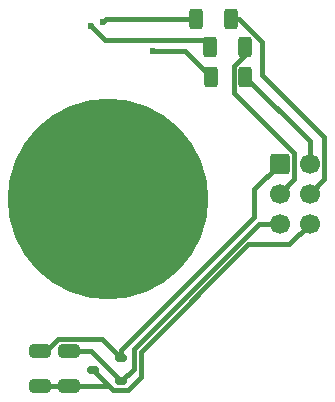
<source format=gbr>
%TF.GenerationSoftware,KiCad,Pcbnew,8.0.6*%
%TF.CreationDate,2025-02-12T14:20:06-05:00*%
%TF.ProjectId,module led hall,6d6f6475-6c65-4206-9c65-642068616c6c,rev?*%
%TF.SameCoordinates,Original*%
%TF.FileFunction,Copper,L2,Bot*%
%TF.FilePolarity,Positive*%
%FSLAX46Y46*%
G04 Gerber Fmt 4.6, Leading zero omitted, Abs format (unit mm)*
G04 Created by KiCad (PCBNEW 8.0.6) date 2025-02-12 14:20:06*
%MOMM*%
%LPD*%
G01*
G04 APERTURE LIST*
G04 Aperture macros list*
%AMRoundRect*
0 Rectangle with rounded corners*
0 $1 Rounding radius*
0 $2 $3 $4 $5 $6 $7 $8 $9 X,Y pos of 4 corners*
0 Add a 4 corners polygon primitive as box body*
4,1,4,$2,$3,$4,$5,$6,$7,$8,$9,$2,$3,0*
0 Add four circle primitives for the rounded corners*
1,1,$1+$1,$2,$3*
1,1,$1+$1,$4,$5*
1,1,$1+$1,$6,$7*
1,1,$1+$1,$8,$9*
0 Add four rect primitives between the rounded corners*
20,1,$1+$1,$2,$3,$4,$5,0*
20,1,$1+$1,$4,$5,$6,$7,0*
20,1,$1+$1,$6,$7,$8,$9,0*
20,1,$1+$1,$8,$9,$2,$3,0*%
G04 Aperture macros list end*
%TA.AperFunction,ComponentPad*%
%ADD10RoundRect,0.250000X-0.600000X-0.600000X0.600000X-0.600000X0.600000X0.600000X-0.600000X0.600000X0*%
%TD*%
%TA.AperFunction,ComponentPad*%
%ADD11C,1.700000*%
%TD*%
%TA.AperFunction,SMDPad,CuDef*%
%ADD12RoundRect,0.250000X0.312500X0.625000X-0.312500X0.625000X-0.312500X-0.625000X0.312500X-0.625000X0*%
%TD*%
%TA.AperFunction,SMDPad,CuDef*%
%ADD13RoundRect,0.250000X-0.650000X0.325000X-0.650000X-0.325000X0.650000X-0.325000X0.650000X0.325000X0*%
%TD*%
%TA.AperFunction,SMDPad,CuDef*%
%ADD14RoundRect,0.175000X0.325000X0.175000X-0.325000X0.175000X-0.325000X-0.175000X0.325000X-0.175000X0*%
%TD*%
%TA.AperFunction,ViaPad*%
%ADD15C,17.000000*%
%TD*%
%TA.AperFunction,ViaPad*%
%ADD16C,0.600000*%
%TD*%
%TA.AperFunction,Conductor*%
%ADD17C,0.400000*%
%TD*%
G04 APERTURE END LIST*
D10*
%TO.P,J1,1,Pin_1*%
%TO.N,VCC*%
X114500000Y-97000000D03*
D11*
%TO.P,J1,2,Pin_2*%
%TO.N,Red*%
X117040000Y-97000000D03*
%TO.P,J1,3,Pin_3*%
%TO.N,Green*%
X114500000Y-99540000D03*
%TO.P,J1,4,Pin_4*%
%TO.N,Blue*%
X117040000Y-99540000D03*
%TO.P,J1,5,Pin_5*%
%TO.N,Signal*%
X114500000Y-102080000D03*
%TO.P,J1,6,Pin_6*%
%TO.N,GND*%
X117040000Y-102080000D03*
%TD*%
D12*
%TO.P,R3,1*%
%TO.N,Green*%
X111532500Y-87110000D03*
%TO.P,R3,2*%
%TO.N,Net-(J2-Pin_4)*%
X108607500Y-87110000D03*
%TD*%
D13*
%TO.P,C1,1*%
%TO.N,Signal*%
X96660000Y-112850000D03*
%TO.P,C1,2*%
%TO.N,GND*%
X96660000Y-115800000D03*
%TD*%
D12*
%TO.P,R2,1*%
%TO.N,Red*%
X111572500Y-89630000D03*
%TO.P,R2,2*%
%TO.N,Net-(J2-Pin_1)*%
X108647500Y-89630000D03*
%TD*%
%TO.P,R4,1*%
%TO.N,Blue*%
X110342500Y-84790000D03*
%TO.P,R4,2*%
%TO.N,Net-(J2-Pin_3)*%
X107417500Y-84790000D03*
%TD*%
D14*
%TO.P,U2,1,VCC*%
%TO.N,VCC*%
X101090000Y-113502500D03*
%TO.P,U2,2,VOUT*%
%TO.N,Signal*%
X101090000Y-115402500D03*
%TO.P,U2,3,GND*%
%TO.N,GND*%
X98690000Y-114452500D03*
%TD*%
D13*
%TO.P,C2,1*%
%TO.N,VCC*%
X94200000Y-112850000D03*
%TO.P,C2,2*%
%TO.N,GND*%
X94200000Y-115800000D03*
%TD*%
D15*
%TO.N,*%
X100000000Y-100000000D03*
D16*
%TO.N,Net-(J2-Pin_1)*%
X103810000Y-87460000D03*
%TO.N,Net-(J2-Pin_4)*%
X98550000Y-85380000D03*
%TO.N,Net-(J2-Pin_3)*%
X99550000Y-85020000D03*
%TD*%
D17*
%TO.N,VCC*%
X114500000Y-97000000D02*
X112360000Y-99140000D01*
X94200000Y-112850000D02*
X94758834Y-112850000D01*
X112360000Y-101540000D02*
X101090000Y-112810000D01*
X99462500Y-111875000D02*
X101090000Y-113502500D01*
X101090000Y-112810000D02*
X101090000Y-113502500D01*
X95733834Y-111875000D02*
X99462500Y-111875000D01*
X94758834Y-112850000D02*
X95733834Y-111875000D01*
X112360000Y-99140000D02*
X112360000Y-101540000D01*
%TO.N,Green*%
X111532500Y-87110000D02*
X111532500Y-87806334D01*
X111532500Y-87806334D02*
X110610000Y-88728834D01*
X110610000Y-90983834D02*
X115750000Y-96123834D01*
X115750000Y-96123834D02*
X115750000Y-98290000D01*
X115750000Y-98290000D02*
X114500000Y-99540000D01*
X110610000Y-88728834D02*
X110610000Y-90983834D01*
%TO.N,Blue*%
X111076166Y-84790000D02*
X113030000Y-86743834D01*
X113030000Y-89470000D02*
X118290000Y-94730000D01*
X113030000Y-86743834D02*
X113030000Y-89470000D01*
X118290000Y-98290000D02*
X117040000Y-99540000D01*
X118290000Y-94730000D02*
X118290000Y-98290000D01*
X110342500Y-84790000D02*
X111076166Y-84790000D01*
%TO.N,Red*%
X111572500Y-89630000D02*
X117040000Y-95097500D01*
X117040000Y-95097500D02*
X117040000Y-97000000D01*
%TO.N,GND*%
X101658022Y-116152500D02*
X101990000Y-115820522D01*
X98690000Y-114452500D02*
X99993750Y-115756250D01*
X99993750Y-115756250D02*
X100390000Y-116152500D01*
X101990000Y-115810000D02*
X102730000Y-115070000D01*
X102730000Y-112940000D02*
X111850000Y-103820000D01*
X115300000Y-103820000D02*
X117040000Y-102080000D01*
X94200000Y-115800000D02*
X96660000Y-115800000D01*
X96660000Y-115800000D02*
X99950000Y-115800000D01*
X99950000Y-115800000D02*
X99993750Y-115756250D01*
X111850000Y-103820000D02*
X115300000Y-103820000D01*
X102730000Y-115070000D02*
X102730000Y-112940000D01*
X100390000Y-116152500D02*
X101658022Y-116152500D01*
X101990000Y-115820522D02*
X101990000Y-115810000D01*
%TO.N,Signal*%
X96660000Y-112850000D02*
X98537500Y-112850000D01*
X98537500Y-112850000D02*
X101090000Y-115402500D01*
X102130000Y-112670000D02*
X102130000Y-114362500D01*
X102130000Y-114362500D02*
X101090000Y-115402500D01*
X112720000Y-102080000D02*
X102130000Y-112670000D01*
X114500000Y-102080000D02*
X112720000Y-102080000D01*
%TO.N,Net-(J2-Pin_1)*%
X106477500Y-87460000D02*
X103810000Y-87460000D01*
X108647500Y-89630000D02*
X106477500Y-87460000D01*
%TO.N,Net-(J2-Pin_4)*%
X108607500Y-87110000D02*
X108045000Y-86547500D01*
X108045000Y-86547500D02*
X99717500Y-86547500D01*
X99717500Y-86547500D02*
X98550000Y-85380000D01*
%TO.N,Net-(J2-Pin_3)*%
X99780000Y-84790000D02*
X99550000Y-85020000D01*
X107417500Y-84790000D02*
X99780000Y-84790000D01*
%TD*%
M02*

</source>
